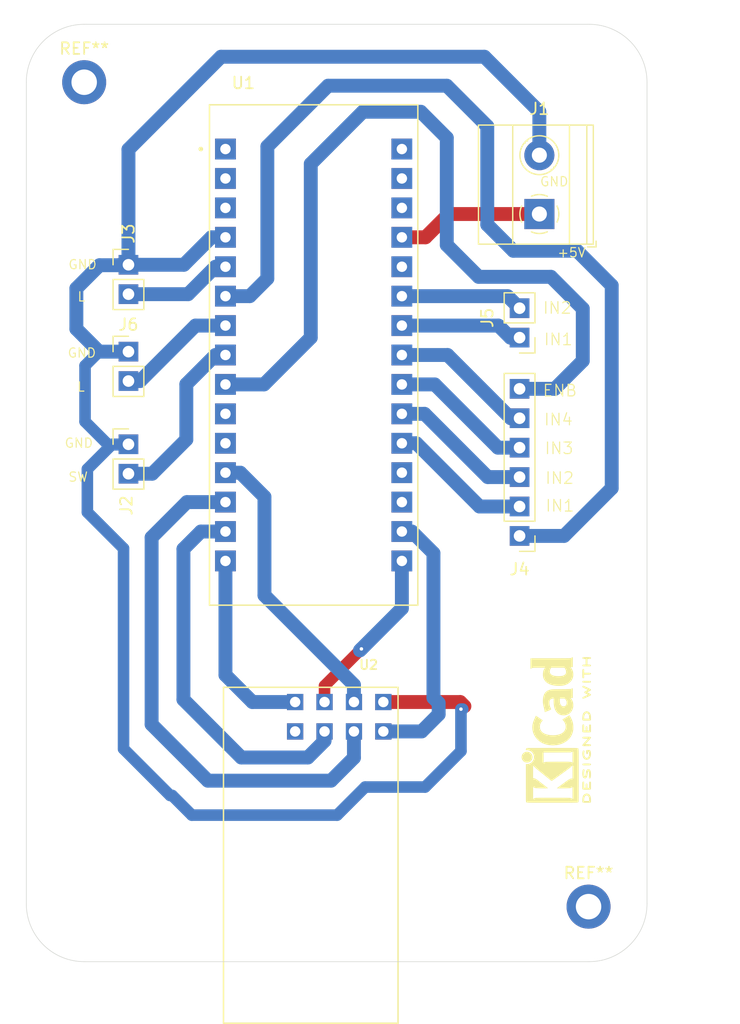
<source format=kicad_pcb>
(kicad_pcb (version 20240108) (generator "pcbnew") (generator_version "8.0")
  (layers (0 "F.Cu" signal) (31 "B.Cu" signal) (34 "B.Paste" user) (35 "F.Paste" user) (36 "B.SilkS" user "B.Silkscreen") (37 "F.SilkS" user "F.Silkscreen") (38 "B.Mask" user) (39 "F.Mask" user) (44 "Edge.Cuts" user))
  (net 0 "")
  (net 1 "Net-(J1-Pin_2)")
  (net 2 "Net-(J1-Pin_1)")
  (net 3 "Net-(J2-Pin_2)")
  (net 4 "Net-(J3-Pin_2)")
  (net 5 "Net-(J4-Pin_4)")
  (net 6 "Net-(J4-Pin_1)")
  (net 7 "Net-(J4-Pin_2)")
  (net 8 "Net-(J4-Pin_6)")
  (net 9 "Net-(J4-Pin_3)")
  (net 10 "Net-(J4-Pin_5)")
  (net 11 "Net-(J5-Pin_1)")
  (net 12 "Net-(J5-Pin_2)")
  (net 13 "Net-(U1-D9)")
  (net 16 "Net-(U1-3V3)")
  (net 21 "Net-(U1-D11{slash}MOSI)")
  (net 24 "Net-(U1-D13{slash}SCK)")
  (net 25 "Net-(U1-D12{slash}MISO)")
  (net 26 "Net-(J6-Pin_2)")
  (net 28 "Net-(U1-D10)")
  (footprint "Connector_PinHeader_2.54mm:PinHeader_1x02_P2.54mm_Vertical" (layer "F.Cu") (at 105.25 91.21)
    (property "Reference" "J3" (at 0 -2.695 90) (layer "F.SilkS"))
    (property "Value" "Conn_01x02_Pin")
    (pad "1" thru_hole rect (at 0 0) (size 1.7 1.7) (drill 1) (layers "*.Cu" "*.Mask") (net 1 "Net-(J1-Pin_2)"))
    (pad "2" thru_hole rect (at 0 2.54) (size 1.7 1.7) (drill 1) (layers "*.Cu" "*.Mask") (net 4 "Net-(J3-Pin_2)"))
  )
  (footprint "Connector_PinHeader_2.54mm:PinHeader_1x02_P2.54mm_Vertical" (layer "F.Cu") (at 105.25 98.71)
    (property "Reference" "J6" (at 0 -2.33 0) (layer "F.SilkS"))
    (property "Value" "Conn_01x02_Pin")
    (pad "1" thru_hole rect (at 0 0) (size 1.7 1.7) (drill 1) (layers "*.Cu" "*.Mask") (net 1 "Net-(J1-Pin_2)"))
    (pad "2" thru_hole rect (at 0 2.54) (size 1.7 1.7) (drill 1) (layers "*.Cu" "*.Mask") (net 26 "Net-(J6-Pin_2)"))
  )
  (footprint "Connector_PinHeader_2.54mm:PinHeader_1x02_P2.54mm_Vertical" (layer "F.Cu") (at 105.25 106.71)
    (property "Reference" "J2" (at -0.18 5.28 90) (layer "F.SilkS"))
    (property "Value" "Conn_01x02_Pin")
    (pad "1" thru_hole rect (at 0 0) (size 1.7 1.7) (drill 1) (layers "*.Cu" "*.Mask") (net 1 "Net-(J1-Pin_2)"))
    (pad "2" thru_hole rect (at 0 2.54) (size 1.7 1.7) (drill 1) (layers "*.Cu" "*.Mask") (net 3 "Net-(J2-Pin_2)"))
  )
  (footprint "MountingHole:MountingHole_2.2mm_M2_DIN965_Pad" (layer "F.Cu") (at 145 146.625)
    (property "Reference" "REF**" (at 0 -2.9 0) (layer "F.SilkS"))
    (property "Value" "MountingHole_2.2mm_M2_DIN965_Pad")
    (pad "2" thru_hole circle (at 0 0) (size 3.8 3.8) (drill 2.2) (layers "*.Cu" "*.Mask"))
  )
  (footprint "Connector_PinHeader_2.54mm:PinHeader_1x02_P2.54mm_Vertical" (layer "F.Cu") (at 139.04 97.5 180)
    (property "Reference" "J5" (at 2.79 1.71 90) (layer "F.SilkS"))
    (property "Value" "Conn_01x02_Pin")
    (pad "1" thru_hole rect (at 0 0 180) (size 1.7 1.7) (drill 1) (layers "*.Cu" "*.Mask") (net 11 "Net-(J5-Pin_1)"))
    (pad "2" thru_hole rect (at 0 2.54 180) (size 1.7 1.7) (drill 1) (layers "*.Cu" "*.Mask") (net 12 "Net-(J5-Pin_2)"))
  )
  (footprint "ARDUINO_NANO:MODULE_ARDUINO_NANO" (layer "F.Cu") (at 121.25 99)
    (property "Reference" "U1" (at -6.075 -23.485 0) (layer "F.SilkS"))
    (property "Value" "ARDUINO_NANO")
    (pad "1" thru_hole rect (at -7.62 -17.78) (size 1.8 1.8) (drill 0.9) (layers "*.Cu" "*.Mask"))
    (pad "2" thru_hole rect (at -7.62 -15.24) (size 1.8 1.8) (drill 0.9) (layers "*.Cu" "*.Mask"))
    (pad "3" thru_hole rect (at -7.62 -12.7) (size 1.8 1.8) (drill 0.9) (layers "*.Cu" "*.Mask"))
    (pad "4" thru_hole rect (at -7.62 -10.16) (size 1.8 1.8) (drill 0.9) (layers "*.Cu" "*.Mask") (net 1 "Net-(J1-Pin_2)"))
    (pad "5" thru_hole rect (at -7.62 -7.62) (size 1.8 1.8) (drill 0.9) (layers "*.Cu" "*.Mask") (net 4 "Net-(J3-Pin_2)"))
    (pad "6" thru_hole rect (at -7.62 -5.08) (size 1.8 1.8) (drill 0.9) (layers "*.Cu" "*.Mask") (net 6 "Net-(J4-Pin_1)"))
    (pad "7" thru_hole rect (at -7.62 -2.54) (size 1.8 1.8) (drill 0.9) (layers "*.Cu" "*.Mask") (net 26 "Net-(J6-Pin_2)"))
    (pad "8" thru_hole rect (at -7.62 0) (size 1.8 1.8) (drill 0.9) (layers "*.Cu" "*.Mask") (net 3 "Net-(J2-Pin_2)"))
    (pad "9" thru_hole rect (at -7.62 2.54) (size 1.8 1.8) (drill 0.9) (layers "*.Cu" "*.Mask") (net 8 "Net-(J4-Pin_6)"))
    (pad "10" thru_hole rect (at -7.62 5.08) (size 1.8 1.8) (drill 0.9) (layers "*.Cu" "*.Mask"))
    (pad "11" thru_hole rect (at -7.62 7.62) (size 1.8 1.8) (drill 0.9) (layers "*.Cu" "*.Mask"))
    (pad "12" thru_hole rect (at -7.62 10.16) (size 1.8 1.8) (drill 0.9) (layers "*.Cu" "*.Mask") (net 13 "Net-(U1-D9)"))
    (pad "13" thru_hole rect (at -7.62 12.7) (size 1.8 1.8) (drill 0.9) (layers "*.Cu" "*.Mask") (net 28 "Net-(U1-D10)"))
    (pad "14" thru_hole rect (at -7.62 15.24) (size 1.8 1.8) (drill 0.9) (layers "*.Cu" "*.Mask") (net 21 "Net-(U1-D11{slash}MOSI)"))
    (pad "15" thru_hole rect (at -7.62 17.78) (size 1.8 1.8) (drill 0.9) (layers "*.Cu" "*.Mask") (net 25 "Net-(U1-D12{slash}MISO)"))
    (pad "16" thru_hole rect (at 7.62 17.78) (size 1.8 1.8) (drill 0.9) (layers "*.Cu" "*.Mask") (net 24 "Net-(U1-D13{slash}SCK)"))
    (pad "17" thru_hole rect (at 7.62 15.24) (size 1.8 1.8) (drill 0.9) (layers "*.Cu" "*.Mask") (net 16 "Net-(U1-3V3)"))
    (pad "18" thru_hole rect (at 7.62 12.7) (size 1.8 1.8) (drill 0.9) (layers "*.Cu" "*.Mask"))
    (pad "19" thru_hole rect (at 7.62 10.16) (size 1.8 1.8) (drill 0.9) (layers "*.Cu" "*.Mask"))
    (pad "20" thru_hole rect (at 7.62 7.62) (size 1.8 1.8) (drill 0.9) (layers "*.Cu" "*.Mask") (net 7 "Net-(J4-Pin_2)"))
    (pad "21" thru_hole rect (at 7.62 5.08) (size 1.8 1.8) (drill 0.9) (layers "*.Cu" "*.Mask") (net 9 "Net-(J4-Pin_3)"))
    (pad "22" thru_hole rect (at 7.62 2.54) (size 1.8 1.8) (drill 0.9) (layers "*.Cu" "*.Mask") (net 5 "Net-(J4-Pin_4)"))
    (pad "23" thru_hole rect (at 7.62 0) (size 1.8 1.8) (drill 0.9) (layers "*.Cu" "*.Mask") (net 10 "Net-(J4-Pin_5)"))
    (pad "24" thru_hole rect (at 7.62 -2.54) (size 1.8 1.8) (drill 0.9) (layers "*.Cu" "*.Mask") (net 11 "Net-(J5-Pin_1)"))
    (pad "25" thru_hole rect (at 7.62 -5.08) (size 1.8 1.8) (drill 0.9) (layers "*.Cu" "*.Mask") (net 12 "Net-(J5-Pin_2)"))
    (pad "26" thru_hole rect (at 7.62 -7.62) (size 1.8 1.8) (drill 0.9) (layers "*.Cu" "*.Mask"))
    (pad "27" thru_hole rect (at 7.62 -10.16) (size 1.8 1.8) (drill 0.9) (layers "*.Cu" "*.Mask") (net 2 "Net-(J1-Pin_1)"))
    (pad "28" thru_hole rect (at 7.62 -12.7) (size 1.8 1.8) (drill 0.9) (layers "*.Cu" "*.Mask"))
    (pad "29" thru_hole rect (at 7.62 -15.24) (size 1.8 1.8) (drill 0.9) (layers "*.Cu" "*.Mask"))
    (pad "30" thru_hole rect (at 7.62 -17.78) (size 1.8 1.8) (drill 0.9) (layers "*.Cu" "*.Mask"))
  )
  (footprint "Symbol:KiCad-Logo2_5mm_SilkScreen" (layer "F.Cu") (at 142.2 131.375 90)
    (property "Reference" "REF**" (hide yes))
    (property "Value" "KiCad-Logo2_5mm_SilkScreen" (hide yes))
  )
  (footprint "NRF24L01_:NRF24L01-PCB-AERIAL" (layer "F.Cu") (at 123.46 130.23 180)
    (property "Reference" "U2" (at -2.54 4.48 180) (layer "F.SilkS") (effects (font (size 0.8 0.8))))
    (property "Value" "NRF24L01_")
    (pad "P$1" thru_hole rect (at -3.81 1.27 180) (size 1.408 1.408) (drill 0.9) (layers "*.Cu" "*.Mask") (net 1 "Net-(J1-Pin_2)"))
    (pad "P$2" thru_hole rect (at -3.81 -1.27 180) (size 1.408 1.408) (drill 0.9) (layers "*.Cu" "*.Mask") (net 16 "Net-(U1-3V3)"))
    (pad "P$3" thru_hole rect (at -1.27 1.27 180) (size 1.408 1.408) (drill 0.9) (layers "*.Cu" "*.Mask") (net 13 "Net-(U1-D9)"))
    (pad "P$4" thru_hole rect (at -1.27 -1.27 180) (size 1.408 1.408) (drill 0.9) (layers "*.Cu" "*.Mask") (net 28 "Net-(U1-D10)"))
    (pad "P$5" thru_hole rect (at 1.27 1.27 180) (size 1.408 1.408) (drill 0.9) (layers "*.Cu" "*.Mask") (net 24 "Net-(U1-D13{slash}SCK)"))
    (pad "P$6" thru_hole rect (at 1.27 -1.27 180) (size 1.408 1.408) (drill 0.9) (layers "*.Cu" "*.Mask") (net 21 "Net-(U1-D11{slash}MOSI)"))
    (pad "P$7" thru_hole rect (at 3.81 1.27 180) (size 1.408 1.408) (drill 0.9) (layers "*.Cu" "*.Mask") (net 25 "Net-(U1-D12{slash}MISO)"))
    (pad "P$8" thru_hole rect (at 3.81 -1.27 180) (size 1.408 1.408) (drill 0.9) (layers "*.Cu" "*.Mask"))
  )
  (footprint "MountingHole:MountingHole_2.2mm_M2_DIN965_Pad" (layer "F.Cu") (at 101.425 75.45)
    (property "Reference" "REF**" (at 0 -2.9 0) (layer "F.SilkS"))
    (property "Value" "MountingHole_2.2mm_M2_DIN965_Pad")
    (pad "1" thru_hole circle (at 0 0) (size 3.8 3.8) (drill 2.2) (layers "*.Cu" "*.Mask"))
  )
  (footprint "TerminalBlock_Phoenix:TerminalBlock_Phoenix_MKDS-1,5-2-5.08_1x02_P5.08mm_Horizontal" (layer "F.Cu") (at 140.75 86.83 90)
    (property "Reference" "J1" (at 9.08 0 0) (layer "F.SilkS"))
    (property "Value" "Screw_Terminal_01x02")
    (pad "1" thru_hole rect (at 0 0 90) (size 2.6 2.6) (drill 1.3) (layers "*.Cu" "*.Mask") (net 2 "Net-(J1-Pin_1)"))
    (pad "2" thru_hole circle (at 5.08 0 90) (size 2.6 2.6) (drill 1.3) (layers "*.Cu" "*.Mask") (net 1 "Net-(J1-Pin_2)"))
  )
  (footprint "Connector_PinHeader_2.54mm:PinHeader_1x06_P2.54mm_Vertical" (layer "F.Cu") (at 139.04 114.62 180)
    (property "Reference" "J4" (at 0 -2.88 180) (layer "F.SilkS"))
    (property "Value" "Conn_01x06_Pin")
    (pad "1" thru_hole rect (at 0 0 180) (size 1.7 1.7) (drill 1) (layers "*.Cu" "*.Mask") (net 6 "Net-(J4-Pin_1)"))
    (pad "2" thru_hole rect (at 0 2.54 180) (size 1.7 1.7) (drill 1) (layers "*.Cu" "*.Mask") (net 7 "Net-(J4-Pin_2)"))
    (pad "3" thru_hole rect (at 0 5.08 180) (size 1.7 1.7) (drill 1) (layers "*.Cu" "*.Mask") (net 9 "Net-(J4-Pin_3)"))
    (pad "4" thru_hole rect (at 0 7.62 180) (size 1.7 1.7) (drill 1) (layers "*.Cu" "*.Mask") (net 5 "Net-(J4-Pin_4)"))
    (pad "5" thru_hole rect (at 0 10.16 180) (size 1.7 1.7) (drill 1) (layers "*.Cu" "*.Mask") (net 10 "Net-(J4-Pin_5)"))
    (pad "6" thru_hole rect (at 0 12.7 180) (size 1.7 1.7) (drill 1) (layers "*.Cu" "*.Mask") (net 8 "Net-(J4-Pin_6)"))
  )
  (gr_line (start 150.05 75.45) (end 150.05 146.375) (stroke (width 0.05)) (layer "Edge.Cuts"))
  (gr_line (start 101.425 70.45) (end 145.05 70.45) (stroke (width 0.05)) (layer "Edge.Cuts"))
  (gr_arc (start 145.05 70.45) (mid 148.585534 71.914466) (end 150.05 75.45) (stroke (width 0.05)) (layer "Edge.Cuts"))
  (gr_arc (start 101.425 151.375) (mid 97.889466 149.910534) (end 96.425 146.375) (stroke (width 0.05)) (layer "Edge.Cuts"))
  (gr_arc (start 150.05 146.375) (mid 148.585534 149.910534) (end 145.05 151.375) (stroke (width 0.05)) (layer "Edge.Cuts"))
  (gr_line (start 96.425 146.375) (end 96.425 75.45) (stroke (width 0.05)) (layer "Edge.Cuts"))
  (gr_line (start 145.05 151.375) (end 101.425 151.375) (stroke (width 0.05)) (layer "Edge.Cuts"))
  (gr_arc (start 96.425 75.45) (mid 97.889466 71.914466) (end 101.425 70.45) (stroke (width 0.05)) (layer "Edge.Cuts"))
  (gr_text "IN2" (at 141 95.52 0) (layer "F.SilkS") (effects (font (size 1 1) (thickness 0.1)) (justify left bottom)))
  (gr_text "GND" (at 99.94 99.29 0) (layer "F.SilkS") (effects (font (size 0.8 0.8) (thickness 0.1)) (justify left bottom)))
  (gr_text "IN1" (at 141.08 98.24 0) (layer "F.SilkS") (effects (font (size 1 1) (thickness 0.1)) (justify left bottom)))
  (gr_text "GND" (at 99.68 107.07 0) (layer "F.SilkS") (effects (font (size 0.8 0.8) (thickness 0.1)) (justify left bottom)))
  (gr_text "L" (at 100.76 102.22 0) (layer "F.SilkS") (effects (font (size 0.8 0.8) (thickness 0.1)) (justify left bottom)))
  (gr_text "SW" (at 100 110 0) (layer "F.SilkS") (effects (font (size 0.8 0.8) (thickness 0.1)) (justify left bottom)))
  (gr_text "ENB" (at 140.98 102.66 0) (layer "F.SilkS") (effects (font (size 1 1) (thickness 0.1)) (justify left bottom)))
  (gr_text "IN4" (at 141.09 105.16 0) (layer "F.SilkS") (effects (font (size 1 1) (thickness 0.1)) (justify left bottom)))
  (gr_text "L" (at 100.79 94.44 0) (layer "F.SilkS") (effects (font (size 0.8 0.8) (thickness 0.1)) (justify left bottom)))
  (gr_text "IN3" (at 141.15 107.64 0) (layer "F.SilkS") (effects (font (size 1 1) (thickness 0.1)) (justify left bottom)))
  (gr_text "GND" (at 100 91.66 0) (layer "F.SilkS") (effects (font (size 0.8 0.8) (thickness 0.1)) (justify left bottom)))
  (gr_text "IN2" (at 141.2 110.21 0) (layer "F.SilkS") (effects (font (size 1 1) (thickness 0.1)) (justify left bottom)))
  (gr_text "GND" (at 140.75 84.5 0) (layer "F.SilkS") (effects (font (size 0.8 0.8) (thickness 0.1)) (justify left bottom)))
  (gr_text "IN1" (at 141.22 112.6 0) (layer "F.SilkS") (effects (font (size 1 1) (thickness 0.1)) (justify left bottom)))
  (gr_text "+5V" (at 142.25 90.63 0) (layer "F.SilkS") (effects (font (size 0.8 0.8) (thickness 0.1)) (justify left bottom)))
  (segment (start 127.27 128.96) (end 133.91 128.96) (width 1.2) (layer "F.Cu") (net 1))
  (segment (start 133.91 128.96) (end 134.275 129.325) (width 1.2) (layer "F.Cu") (net 1))
  (segment (start 105.25 106.71) (end 105.25 106.985) (width 1) (layer "F.Cu") (net 1))
  (via (at 133.975 129.575) (size 0.6) (drill 0.3) (layers "F.Cu" "B.Cu") (net 1))
  (segment (start 105.25 106.71) (end 103.84 106.71) (width 1) (layer "B.Cu") (net 1))
  (segment (start 112.41 88.84) (end 110.04 91.21) (width 1.2) (layer "B.Cu") (net 1))
  (segment (start 130.875 136.3) (end 133.975 133.2) (width 1) (layer "B.Cu") (net 1))
  (segment (start 103.84 106.71) (end 101.7 108.85) (width 1) (layer "B.Cu") (net 1))
  (segment (start 109.025 137.025) (end 110.725 138.725) (width 1) (layer "B.Cu") (net 1))
  (segment (start 113.25 73.25) (end 136 73.25) (width 1.2) (layer "B.Cu") (net 1))
  (segment (start 110.04 91.21) (end 105.25 91.21) (width 1.2) (layer "B.Cu") (net 1))
  (segment (start 136 73.25) (end 140.75 78) (width 1.2) (layer "B.Cu") (net 1))
  (segment (start 133.975 133.2) (end 133.975 129.575) (width 1) (layer "B.Cu") (net 1))
  (segment (start 105.25 91.21) (end 104.54 91.21) (width 1.2) (layer "B.Cu") (net 1))
  (segment (start 125.7 136.3) (end 130.875 136.3) (width 1) (layer "B.Cu") (net 1))
  (segment (start 102.71 98.71) (end 105.25 98.71) (width 1.2) (layer "B.Cu") (net 1))
  (segment (start 104.54 91.21) (end 104.5 91.25) (width 1.2) (layer "B.Cu") (net 1))
  (segment (start 102.75 91.25) (end 100.75 93.25) (width 1.2) (layer "B.Cu") (net 1))
  (segment (start 134.125 129.575) (end 134 129.7) (width 1) (layer "B.Cu") (net 1))
  (segment (start 105.25 106.71) (end 105.21 106.75) (width 1) (layer "B.Cu") (net 1))
  (segment (start 104.825 133) (end 108.85 137.025) (width 1) (layer "B.Cu") (net 1))
  (segment (start 103.5 106.75) (end 101.5 104.75) (width 1) (layer "B.Cu") (net 1))
  (segment (start 113.63 88.84) (end 112.41 88.84) (width 1.2) (layer "B.Cu") (net 1))
  (segment (start 100.75 93.25) (end 100.75 96.75) (width 1.2) (layer "B.Cu") (net 1))
  (segment (start 104.5 91.25) (end 102.75 91.25) (width 1.2) (layer "B.Cu") (net 1))
  (segment (start 140.75 78) (end 140.75 81.75) (width 1.2) (layer "B.Cu") (net 1))
  (segment (start 133.975 129.575) (end 134.125 129.575) (width 1) (layer "B.Cu") (net 1))
  (segment (start 105.21 106.75) (end 103.5 106.75) (width 1) (layer "B.Cu") (net 1))
  (segment (start 101.7 112.575) (end 104.825 115.7) (width 1) (layer "B.Cu") (net 1))
  (segment (start 108.85 137.025) (end 109.025 137.025) (width 1) (layer "B.Cu") (net 1))
  (segment (start 100.75 96.75) (end 102.71 98.71) (width 1.2) (layer "B.Cu") (net 1))
  (segment (start 101.5 104.75) (end 101.5 99.92) (width 1) (layer "B.Cu") (net 1))
  (segment (start 123.275 138.725) (end 125.7 136.3) (width 1) (layer "B.Cu") (net 1))
  (segment (start 101.7 108.85) (end 101.7 112.575) (width 1) (layer "B.Cu") (net 1))
  (segment (start 104.825 115.7) (end 104.825 133) (width 1) (layer "B.Cu") (net 1))
  (segment (start 105.25 91.21) (end 105.25 81.25) (width 1.2) (layer "B.Cu") (net 1))
  (segment (start 101.5 99.92) (end 102.71 98.71) (width 1) (layer "B.Cu") (net 1))
  (segment (start 110.725 138.725) (end 123.275 138.725) (width 1) (layer "B.Cu") (net 1))
  (segment (start 105.25 81.25) (end 113.25 73.25) (width 1.2) (layer "B.Cu") (net 1))
  (segment (start 128.87 88.84) (end 130.91 88.84) (width 1.2) (layer "F.Cu") (net 2))
  (segment (start 133.08 86.83) (end 140.75 86.83) (width 1.2) (layer "F.Cu") (net 2))
  (segment (start 133 86.75) (end 133.08 86.83) (width 1.2) (layer "F.Cu") (net 2))
  (segment (start 130.91 88.84) (end 133 86.75) (width 1.2) (layer "F.Cu") (net 2))
  (segment (start 107.3 109.25) (end 110.25 106.3) (width 1.2) (layer "B.Cu") (net 3))
  (segment (start 112.77 99) (end 113.63 99) (width 1.2) (layer "B.Cu") (net 3))
  (segment (start 110.25 101.52) (end 112.77 99) (width 1.2) (layer "B.Cu") (net 3))
  (segment (start 110.25 106.3) (end 110.25 101.52) (width 1.2) (layer "B.Cu") (net 3))
  (segment (start 105.25 109.25) (end 107.3 109.25) (width 1.2) (layer "B.Cu") (net 3))
  (segment (start 112.77 91.38) (end 113.63 91.38) (width 1.2) (layer "B.Cu") (net 4))
  (segment (start 105.25 93.75) (end 110.4 93.75) (width 1.2) (layer "B.Cu") (net 4))
  (segment (start 110.4 93.75) (end 112.77 91.38) (width 1.2) (layer "B.Cu") (net 4))
  (segment (start 137.17 107) (end 139.04 107) (width 1.2) (layer "B.Cu") (net 5))
  (segment (start 128.87 101.54) (end 131.71 101.54) (width 1.2) (layer "B.Cu") (net 5))
  (segment (start 131.71 101.54) (end 137.17 107) (width 1.2) (layer "B.Cu") (net 5))
  (segment (start 147 93) (end 147 110.5) (width 1.2) (layer "B.Cu") (net 6))
  (segment (start 136.25 79.25) (end 136.25 87.75) (width 1.2) (layer "B.Cu") (net 6))
  (segment (start 132.75 75.75) (end 136.25 79.25) (width 1.2) (layer "B.Cu") (net 6))
  (segment (start 147 110.5) (end 142.88 114.62) (width 1.2) (layer "B.Cu") (net 6))
  (segment (start 136.25 87.75) (end 138.5 90) (width 1.2) (layer "B.Cu") (net 6))
  (segment (start 142.88 114.62) (end 139.04 114.62) (width 1.2) (layer "B.Cu") (net 6))
  (segment (start 138.5 90) (end 144 90) (width 1.2) (layer "B.Cu") (net 6))
  (segment (start 117.25 92.4) (end 117.25 81) (width 1.2) (layer "B.Cu") (net 6))
  (segment (start 117.25 81) (end 122.5 75.75) (width 1.2) (layer "B.Cu") (net 6))
  (segment (start 144 90) (end 147 93) (width 1.2) (layer "B.Cu") (net 6))
  (segment (start 113.63 93.92) (end 115.73 93.92) (width 1.2) (layer "B.Cu") (net 6))
  (segment (start 115.73 93.92) (end 117.25 92.4) (width 1.2) (layer "B.Cu") (net 6))
  (segment (start 122.5 75.75) (end 132.75 75.75) (width 1.2) (layer "B.Cu") (net 6))
  (segment (start 139.04 112.08) (end 135.58 112.08) (width 1.2) (layer "B.Cu") (net 7))
  (segment (start 130.12 106.62) (end 128.87 106.62) (width 1.2) (layer "B.Cu") (net 7))
  (segment (start 135.58 112.08) (end 130.12 106.62) (width 1.2) (layer "B.Cu") (net 7))
  (segment (start 132.75 89.5) (end 135.5 92.25) (width 1.2) (layer "B.Cu") (net 8))
  (segment (start 141.75 92.25) (end 144.5 95) (width 1.2) (layer "B.Cu") (net 8))
  (segment (start 144.5 95) (end 144.5 99.5) (width 1.2) (layer "B.Cu") (net 8))
  (segment (start 116.96 101.54) (end 121 97.5) (width 1.2) (layer "B.Cu") (net 8))
  (segment (start 142.08 101.92) (end 139.04 101.92) (width 1.2) (layer "B.Cu") (net 8))
  (segment (start 135.5 92.25) (end 141.75 92.25) (width 1.2) (layer "B.Cu") (net 8))
  (segment (start 113.63 101.54) (end 116.96 101.54) (width 1.2) (layer "B.Cu") (net 8))
  (segment (start 144.5 99.5) (end 142.08 101.92) (width 1.2) (layer "B.Cu") (net 8))
  (segment (start 125.5 78) (end 130.5 78) (width 1.2) (layer "B.Cu") (net 8))
  (segment (start 121 97.5) (end 121 82.5) (width 1.2) (layer "B.Cu") (net 8))
  (segment (start 132.75 80.25) (end 132.75 89.5) (width 1.2) (layer "B.Cu") (net 8))
  (segment (start 121 82.5) (end 125.5 78) (width 1.2) (layer "B.Cu") (net 8))
  (segment (start 130.5 78) (end 132.75 80.25) (width 1.2) (layer "B.Cu") (net 8))
  (segment (start 130.83 104.08) (end 136.29 109.54) (width 1.2) (layer "B.Cu") (net 9))
  (segment (start 136.29 109.54) (end 139.04 109.54) (width 1.2) (layer "B.Cu") (net 9))
  (segment (start 128.87 104.08) (end 130.83 104.08) (width 1.2) (layer "B.Cu") (net 9))
  (segment (start 132.82 99) (end 138.28 104.46) (width 1.2) (layer "B.Cu") (net 10))
  (segment (start 138.28 104.46) (end 139.04 104.46) (width 1.2) (layer "B.Cu") (net 10))
  (segment (start 128.87 99) (end 132.82 99) (width 1.2) (layer "B.Cu") (net 10))
  (segment (start 128.87 96.46) (end 137.21 96.46) (width 1.2) (layer "B.Cu") (net 11))
  (segment (start 138.25 97.5) (end 139.04 97.5) (width 1.2) (layer "B.Cu") (net 11))
  (segment (start 137.21 96.46) (end 138.25 97.5) (width 1.2) (layer "B.Cu") (net 11))
  (segment (start 128.87 93.92) (end 138 93.92) (width 1.2) (layer "B.Cu") (net 12))
  (segment (start 138 93.92) (end 139.04 94.96) (width 1.2) (layer "B.Cu") (net 12))
  (segment (start 114.91 109.16) (end 113.63 109.16) (width 1.2) (layer "B.Cu") (net 13))
  (segment (start 124.73 127.48) (end 117 119.75) (width 1.2) (layer "B.Cu") (net 13))
  (segment (start 117 119.75) (end 117 111.25) (width 1.2) (layer "B.Cu") (net 13))
  (segment (start 124.73 128.96) (end 124.73 127.48) (width 1.2) (layer "B.Cu") (net 13))
  (segment (start 117 111.25) (end 114.91 109.16) (width 1.2) (layer "B.Cu") (net 13))
  (segment (start 129.73 114.24) (end 131.6 116.11) (width 1.2) (layer "B.Cu") (net 16))
  (segment (start 131.6 116.11) (end 131.6 128.6) (width 1.2) (layer "B.Cu") (net 16))
  (segment (start 130.575 131.5) (end 127.27 131.5) (width 1.2) (layer "B.Cu") (net 16))
  (segment (start 132.05 130.025) (end 130.575 131.5) (width 1.2) (layer "B.Cu") (net 16))
  (segment (start 132.05 129.05) (end 132.05 130.025) (width 1.2) (layer "B.Cu") (net 16))
  (segment (start 128.87 114.24) (end 129.73 114.24) (width 1.2) (layer "B.Cu") (net 16))
  (segment (start 131.6 128.6) (end 132.05 129.05) (width 1.2) (layer "B.Cu") (net 16))
  (segment (start 122.19 132.31) (end 122.19 131.5) (width 1.2) (layer "B.Cu") (net 21))
  (segment (start 110 115.75) (end 110 128.75) (width 1.2) (layer "B.Cu") (net 21))
  (segment (start 115 133.75) (end 120.75 133.75) (width 1.2) (layer "B.Cu") (net 21))
  (segment (start 110 128.75) (end 115 133.75) (width 1.2) (layer "B.Cu") (net 21))
  (segment (start 113.63 114.24) (end 111.51 114.24) (width 1.2) (layer "B.Cu") (net 21))
  (segment (start 120.75 133.75) (end 122.19 132.31) (width 1.2) (layer "B.Cu") (net 21))
  (segment (start 111.51 114.24) (end 110 115.75) (width 1.2) (layer "B.Cu") (net 21))
  (segment (start 122.19 127.56) (end 125.375 124.375) (width 1) (layer "F.Cu") (net 24))
  (segment (start 122.19 128.96) (end 122.19 127.56) (width 1) (layer "F.Cu") (net 24))
  (via (at 125.375 124.375) (size 0.6) (drill 0.3) (layers "F.Cu" "B.Cu") (net 24))
  (segment (start 128.87 120.88) (end 125.375 124.375) (width 1.2) (layer "B.Cu") (net 24))
  (segment (start 125.375 124.375) (end 125.25 124.5) (width 1.2) (layer "B.Cu") (net 24))
  (segment (start 128.87 116.78) (end 128.87 120.88) (width 1.2) (layer "B.Cu") (net 24))
  (segment (start 115.96 128.96) (end 113.63 126.63) (width 1.2) (layer "B.Cu") (net 25))
  (segment (start 119.65 128.96) (end 115.96 128.96) (width 1.2) (layer "B.Cu") (net 25))
  (segment (start 113.63 126.63) (end 113.63 116.78) (width 1.2) (layer "B.Cu") (net 25))
  (segment (start 106.25 101.25) (end 111.04 96.46) (width 1.2) (layer "B.Cu") (net 26))
  (segment (start 111.04 96.46) (end 113.63 96.46) (width 1.2) (layer "B.Cu") (net 26))
  (segment (start 105.25 101.25) (end 106.25 101.25) (width 1.2) (layer "B.Cu") (net 26))
  (segment (start 113.63 111.7) (end 110.3 111.7) (width 1.2) (layer "B.Cu") (net 28))
  (segment (start 107.25 114.75) (end 107.25 130.891932) (width 1.2) (layer "B.Cu") (net 28))
  (segment (start 124.61 131.5) (end 124.73 131.5) (width 0.5) (layer "B.Cu") (net 28))
  (segment (start 110.3 111.7) (end 107.25 114.75) (width 1.2) (layer "B.Cu") (net 28))
  (segment (start 122.75 135.75) (end 124.73 133.77) (width 1.2) (layer "B.Cu") (net 28))
  (segment (start 112.108068 135.75) (end 122.75 135.75) (width 1.2) (layer "B.Cu") (net 28))
  (segment (start 107.25 130.891932) (end 112.108068 135.75) (width 1.2) (layer "B.Cu") (net 28))
  (segment (start 124.73 133.77) (end 124.73 131.5) (width 1.2) (layer "B.Cu") (net 28))
)
</source>
